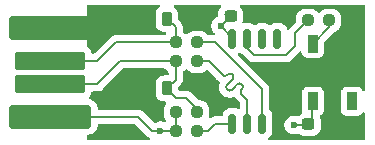
<source format=gbr>
%TF.GenerationSoftware,KiCad,Pcbnew,9.0.1*%
%TF.CreationDate,2025-07-08T09:29:25+02:00*%
%TF.ProjectId,Neopixel USB,4e656f70-6978-4656-9c20-5553422e6b69,rev?*%
%TF.SameCoordinates,Original*%
%TF.FileFunction,Copper,L1,Top*%
%TF.FilePolarity,Positive*%
%FSLAX46Y46*%
G04 Gerber Fmt 4.6, Leading zero omitted, Abs format (unit mm)*
G04 Created by KiCad (PCBNEW 9.0.1) date 2025-07-08 09:29:25*
%MOMM*%
%LPD*%
G01*
G04 APERTURE LIST*
G04 Aperture macros list*
%AMRoundRect*
0 Rectangle with rounded corners*
0 $1 Rounding radius*
0 $2 $3 $4 $5 $6 $7 $8 $9 X,Y pos of 4 corners*
0 Add a 4 corners polygon primitive as box body*
4,1,4,$2,$3,$4,$5,$6,$7,$8,$9,$2,$3,0*
0 Add four circle primitives for the rounded corners*
1,1,$1+$1,$2,$3*
1,1,$1+$1,$4,$5*
1,1,$1+$1,$6,$7*
1,1,$1+$1,$8,$9*
0 Add four rect primitives between the rounded corners*
20,1,$1+$1,$2,$3,$4,$5,0*
20,1,$1+$1,$4,$5,$6,$7,0*
20,1,$1+$1,$6,$7,$8,$9,0*
20,1,$1+$1,$8,$9,$2,$3,0*%
G04 Aperture macros list end*
%TA.AperFunction,SMDPad,CuDef*%
%ADD10RoundRect,0.300000X-3.200000X-0.700000X3.200000X-0.700000X3.200000X0.700000X-3.200000X0.700000X0*%
%TD*%
%TA.AperFunction,SMDPad,CuDef*%
%ADD11RoundRect,0.225000X-2.775000X-0.525000X2.775000X-0.525000X2.775000X0.525000X-2.775000X0.525000X0*%
%TD*%
%TA.AperFunction,SMDPad,CuDef*%
%ADD12RoundRect,0.237500X0.250000X0.237500X-0.250000X0.237500X-0.250000X-0.237500X0.250000X-0.237500X0*%
%TD*%
%TA.AperFunction,SMDPad,CuDef*%
%ADD13RoundRect,0.225000X-0.225000X-0.375000X0.225000X-0.375000X0.225000X0.375000X-0.225000X0.375000X0*%
%TD*%
%TA.AperFunction,SMDPad,CuDef*%
%ADD14RoundRect,0.162500X0.162500X-0.650000X0.162500X0.650000X-0.162500X0.650000X-0.162500X-0.650000X0*%
%TD*%
%TA.AperFunction,SMDPad,CuDef*%
%ADD15RoundRect,0.237500X-0.250000X-0.237500X0.250000X-0.237500X0.250000X0.237500X-0.250000X0.237500X0*%
%TD*%
%TA.AperFunction,SMDPad,CuDef*%
%ADD16RoundRect,0.090000X0.360000X-0.660000X0.360000X0.660000X-0.360000X0.660000X-0.360000X-0.660000X0*%
%TD*%
%TA.AperFunction,SMDPad,CuDef*%
%ADD17RoundRect,0.237500X-0.300000X-0.237500X0.300000X-0.237500X0.300000X0.237500X-0.300000X0.237500X0*%
%TD*%
%TA.AperFunction,ViaPad*%
%ADD18C,0.600000*%
%TD*%
%TA.AperFunction,Conductor*%
%ADD19C,0.200000*%
%TD*%
G04 APERTURE END LIST*
D10*
%TO.P,U2,1,5V*%
%TO.N,VCC*%
X34475000Y-25000000D03*
D11*
%TO.P,U2,2,D-*%
%TO.N,Net-(D1-K)*%
X34475000Y-22250000D03*
%TO.P,U2,3,D+*%
%TO.N,Net-(D2-K)*%
X34475000Y-20250000D03*
D10*
%TO.P,U2,4,GND*%
%TO.N,GND*%
X34475000Y-17500000D03*
%TD*%
D12*
%TO.P,R2,2*%
%TO.N,Net-(D1-K)*%
X45087500Y-20300000D03*
%TO.P,R2,1*%
%TO.N,PB3*%
X46912500Y-20300000D03*
%TD*%
D13*
%TO.P,D2,1,K*%
%TO.N,Net-(D2-K)*%
X44350000Y-16700000D03*
%TO.P,D2,2,A*%
%TO.N,GND*%
X47650000Y-16700000D03*
%TD*%
D14*
%TO.P,U1,1,~{RESET}/PB5*%
%TO.N,Net-(U1-~{RESET}{slash}PB5)*%
X49895000Y-25575000D03*
%TO.P,U1,2,XTAL1/PB3*%
%TO.N,PB3*%
X51165000Y-25575000D03*
%TO.P,U1,3,XTAL2/PB4*%
%TO.N,PB4*%
X52435000Y-25575000D03*
%TO.P,U1,4,GND*%
%TO.N,GND*%
X53705000Y-25575000D03*
%TO.P,U1,5,AREF/PB0*%
%TO.N,PB0*%
X53705000Y-18400000D03*
%TO.P,U1,6,PB1*%
%TO.N,PB1*%
X52435000Y-18400000D03*
%TO.P,U1,7,PB2*%
%TO.N,PB2*%
X51165000Y-18400000D03*
%TO.P,U1,8,VCC*%
%TO.N,VCC*%
X49895000Y-18400000D03*
%TD*%
D15*
%TO.P,R5,1*%
%TO.N,PB2*%
X56287500Y-16850000D03*
%TO.P,R5,2*%
%TO.N,Net-(D3-DIN)*%
X58112500Y-16850000D03*
%TD*%
%TO.P,R4,1*%
%TO.N,VCC*%
X45087500Y-24600000D03*
%TO.P,R4,2*%
%TO.N,Net-(D1-K)*%
X46912500Y-24600000D03*
%TD*%
D12*
%TO.P,R3,1*%
%TO.N,PB4*%
X46912500Y-18700000D03*
%TO.P,R3,2*%
%TO.N,Net-(D2-K)*%
X45087500Y-18700000D03*
%TD*%
%TO.P,R1,1*%
%TO.N,Net-(U1-~{RESET}{slash}PB5)*%
X46912500Y-26200000D03*
%TO.P,R1,2*%
%TO.N,VCC*%
X45087500Y-26200000D03*
%TD*%
D16*
%TO.P,D3,1,VDD*%
%TO.N,VCC*%
X56700000Y-23700000D03*
%TO.P,D3,2,DOUT*%
%TO.N,unconnected-(D3-DOUT-Pad2)*%
X60000000Y-23700000D03*
%TO.P,D3,3,VSS*%
%TO.N,GND*%
X60000000Y-18800000D03*
%TO.P,D3,4,DIN*%
%TO.N,Net-(D3-DIN)*%
X56700000Y-18800000D03*
%TD*%
D13*
%TO.P,D1,1,K*%
%TO.N,Net-(D1-K)*%
X44350000Y-22600000D03*
%TO.P,D1,2,A*%
%TO.N,GND*%
X47650000Y-22600000D03*
%TD*%
D17*
%TO.P,C3,1*%
%TO.N,VCC*%
X56337500Y-25650000D03*
%TO.P,C3,2*%
%TO.N,GND*%
X58062500Y-25650000D03*
%TD*%
%TO.P,C1,1*%
%TO.N,VCC*%
X49737500Y-16500000D03*
%TO.P,C1,2*%
%TO.N,GND*%
X51462500Y-16500000D03*
%TD*%
D18*
%TO.N,GND*%
X40700000Y-26300000D03*
X40700000Y-22900000D03*
X57300000Y-21600000D03*
X58400000Y-21300000D03*
X54600000Y-16400000D03*
X48500000Y-24200000D03*
X46000000Y-16700000D03*
X38600000Y-17500000D03*
%TO.N,VCC*%
X55100000Y-25700000D03*
X48900000Y-17300000D03*
X43800000Y-26200000D03*
%TD*%
D19*
%TO.N,PB3*%
X47900000Y-20300000D02*
X47212500Y-20300000D01*
X50739095Y-22632806D02*
G75*
G03*
X50739052Y-22304751I-164095J164006D01*
G01*
X48650000Y-21050000D02*
X47900000Y-20300000D01*
X50239877Y-22311778D02*
X50075828Y-22475827D01*
X50650000Y-23050000D02*
G75*
G02*
X50650049Y-22721951I164100J164000D01*
G01*
X50650000Y-22721902D02*
X50739095Y-22632806D01*
X50657070Y-22222683D02*
G75*
G03*
X50328974Y-22222683I-164048J-164045D01*
G01*
X50075827Y-22475827D02*
X49822681Y-22728970D01*
X49009508Y-21409508D02*
X48650000Y-21050000D01*
X49836823Y-21402437D02*
G75*
G03*
X49508725Y-21402436I-164049J-164045D01*
G01*
X50739095Y-22304708D02*
X50657070Y-22222683D01*
X49665704Y-22065704D02*
X49829752Y-21901655D01*
X49918848Y-21484462D02*
X49836823Y-21402437D01*
X49829752Y-21901655D02*
X49918848Y-21812559D01*
X51165000Y-23565000D02*
X50650000Y-23050000D01*
X49412560Y-22646946D02*
G75*
G02*
X49412562Y-22318852I164040J164046D01*
G01*
X50328973Y-22222683D02*
X50239877Y-22311778D01*
X50075828Y-22475827D02*
X50075827Y-22475827D01*
X49494585Y-22728971D02*
X49412560Y-22646946D01*
X49091532Y-21491532D02*
X49009508Y-21409508D01*
X49822681Y-22728970D02*
G75*
G02*
X49494553Y-22729004I-164081J164070D01*
G01*
X49918848Y-21812559D02*
G75*
G03*
X49918859Y-21484452I-164048J164059D01*
G01*
X51165000Y-25575000D02*
X51165000Y-23565000D01*
X49419630Y-21491532D02*
G75*
G02*
X49091532Y-21491532I-164049J164050D01*
G01*
X49412559Y-22318848D02*
X49665704Y-22065704D01*
X49508726Y-21402437D02*
X49419630Y-21491532D01*
%TO.N,Net-(D1-K)*%
X34475000Y-22250000D02*
X38450000Y-22250000D01*
X45087500Y-21862500D02*
X44350000Y-22600000D01*
X38450000Y-22250000D02*
X40400000Y-20300000D01*
X40400000Y-20300000D02*
X45087500Y-20300000D01*
X45087500Y-20300000D02*
X45087500Y-21862500D01*
%TO.N,PB2*%
X56287500Y-16850000D02*
X55200000Y-17937500D01*
X55200000Y-19000000D02*
X54400000Y-19800000D01*
X54400000Y-19800000D02*
X51752501Y-19800000D01*
X51165000Y-19212499D02*
X51165000Y-18400000D01*
X51752501Y-19800000D02*
X51165000Y-19212499D01*
X55200000Y-17937500D02*
X55200000Y-19000000D01*
%TO.N,Net-(D3-DIN)*%
X56700000Y-18800000D02*
X58112500Y-17387500D01*
X58112500Y-17387500D02*
X58112500Y-16850000D01*
%TO.N,VCC*%
X48900000Y-17300000D02*
X49895000Y-18295000D01*
X49895000Y-18295000D02*
X49895000Y-18400000D01*
X48900000Y-17300000D02*
X49600000Y-16600000D01*
X49600000Y-16600000D02*
X49300000Y-16300000D01*
X49300000Y-16300000D02*
X49537500Y-16300000D01*
X56337500Y-25650000D02*
X56600000Y-25387500D01*
X56600000Y-25387500D02*
X56600000Y-23800000D01*
X56600000Y-23800000D02*
X56700000Y-23700000D01*
X55100000Y-25700000D02*
X56287500Y-25700000D01*
X56287500Y-25700000D02*
X56337500Y-25650000D01*
X43800000Y-26200000D02*
X45087500Y-26200000D01*
%TO.N,Net-(U1-~{RESET}{slash}PB5)*%
X46912500Y-26200000D02*
X47800000Y-26200000D01*
X47800000Y-26200000D02*
X48425000Y-25575000D01*
X48425000Y-25575000D02*
X49895000Y-25575000D01*
%TO.N,Net-(D1-K)*%
X45100000Y-23400000D02*
X46000000Y-23400000D01*
X44350000Y-22600000D02*
X44350000Y-22650000D01*
X44350000Y-22650000D02*
X45100000Y-23400000D01*
X46912500Y-24312500D02*
X46912500Y-24600000D01*
X46000000Y-23400000D02*
X46912500Y-24312500D01*
%TO.N,Net-(D2-K)*%
X45087500Y-18700000D02*
X45087500Y-17437500D01*
X45087500Y-17437500D02*
X44350000Y-16700000D01*
X34475000Y-20250000D02*
X38450000Y-20250000D01*
X38450000Y-20250000D02*
X40000000Y-18700000D01*
X40000000Y-18700000D02*
X45087500Y-18700000D01*
%TO.N,PB4*%
X46912500Y-18700000D02*
X48450000Y-18700000D01*
X48450000Y-18700000D02*
X52435000Y-22685000D01*
X52435000Y-22685000D02*
X52435000Y-25575000D01*
%TO.N,VCC*%
X45087500Y-26200000D02*
X45087500Y-24600000D01*
X34475000Y-25000000D02*
X41900000Y-25000000D01*
X41900000Y-25000000D02*
X43100000Y-26200000D01*
X43100000Y-26200000D02*
X43800000Y-26200000D01*
%TO.N,GND*%
X34475000Y-17500000D02*
X34576000Y-17399000D01*
%TO.N,Net-(D1-K)*%
X34525000Y-22200000D02*
X34475000Y-22250000D01*
%TO.N,Net-(D2-K)*%
X34525000Y-20300000D02*
X34475000Y-20250000D01*
%TD*%
%TA.AperFunction,Conductor*%
%TO.N,GND*%
G36*
X41666942Y-25620185D02*
G01*
X41687584Y-25636819D01*
X42615139Y-26564374D01*
X42615149Y-26564385D01*
X42619479Y-26568715D01*
X42619480Y-26568716D01*
X42731284Y-26680520D01*
X42818095Y-26730639D01*
X42868215Y-26759577D01*
X42872891Y-26760830D01*
X42883928Y-26766916D01*
X42903861Y-26787015D01*
X42925908Y-26804783D01*
X42928143Y-26811499D01*
X42933128Y-26816526D01*
X42939030Y-26844213D01*
X42947971Y-26871077D01*
X42946220Y-26877936D01*
X42947696Y-26884860D01*
X42937691Y-26911346D01*
X42930690Y-26938776D01*
X42925509Y-26943598D01*
X42923008Y-26950222D01*
X42900270Y-26967096D01*
X42879552Y-26986385D01*
X42871816Y-26988212D01*
X42866901Y-26991861D01*
X42852182Y-26992852D01*
X42824050Y-26999500D01*
X37724000Y-26999500D01*
X37656961Y-26979815D01*
X37611206Y-26927011D01*
X37600000Y-26875500D01*
X37600000Y-26624468D01*
X37619685Y-26557429D01*
X37672489Y-26511674D01*
X37717053Y-26500663D01*
X37719940Y-26500500D01*
X37719954Y-26500500D01*
X37804430Y-26490981D01*
X37854249Y-26485369D01*
X37854252Y-26485368D01*
X37854255Y-26485368D01*
X38024522Y-26425789D01*
X38177262Y-26329816D01*
X38304816Y-26202262D01*
X38400789Y-26049522D01*
X38460368Y-25879255D01*
X38475500Y-25744954D01*
X38475500Y-25724500D01*
X38495185Y-25657461D01*
X38547989Y-25611706D01*
X38599500Y-25600500D01*
X41599903Y-25600500D01*
X41666942Y-25620185D01*
G37*
%TD.AperFunction*%
%TA.AperFunction,Conductor*%
G36*
X61042539Y-15520185D02*
G01*
X61088294Y-15572989D01*
X61099500Y-15624500D01*
X61099500Y-22668441D01*
X61079815Y-22735480D01*
X61027011Y-22781235D01*
X60957853Y-22791179D01*
X60894297Y-22762154D01*
X60877125Y-22743928D01*
X60826884Y-22678454D01*
X60781149Y-22618851D01*
X60657798Y-22524200D01*
X60657794Y-22524198D01*
X60514151Y-22464699D01*
X60514149Y-22464698D01*
X60398701Y-22449500D01*
X59601296Y-22449500D01*
X59485857Y-22464696D01*
X59485848Y-22464699D01*
X59342205Y-22524198D01*
X59342202Y-22524199D01*
X59342202Y-22524200D01*
X59218851Y-22618851D01*
X59136837Y-22725734D01*
X59124198Y-22742205D01*
X59064699Y-22885848D01*
X59064698Y-22885850D01*
X59049500Y-23001298D01*
X59049500Y-24398703D01*
X59064696Y-24514142D01*
X59064699Y-24514151D01*
X59123484Y-24656071D01*
X59124200Y-24657798D01*
X59218851Y-24781149D01*
X59342202Y-24875800D01*
X59485849Y-24935301D01*
X59601299Y-24950500D01*
X60398700Y-24950499D01*
X60398703Y-24950499D01*
X60514142Y-24935303D01*
X60514146Y-24935301D01*
X60514151Y-24935301D01*
X60657798Y-24875800D01*
X60781149Y-24781149D01*
X60875800Y-24657798D01*
X60875801Y-24657794D01*
X60877124Y-24656071D01*
X60933552Y-24614869D01*
X61003298Y-24610714D01*
X61064219Y-24644926D01*
X61096971Y-24706644D01*
X61099500Y-24731558D01*
X61099500Y-26875500D01*
X61079815Y-26942539D01*
X61027011Y-26988294D01*
X60975500Y-26999500D01*
X53042691Y-26999500D01*
X52975652Y-26979815D01*
X52929897Y-26927011D01*
X52919953Y-26857853D01*
X52948978Y-26794297D01*
X52978537Y-26769385D01*
X53009388Y-26750736D01*
X53123236Y-26636888D01*
X53206531Y-26499102D01*
X53254430Y-26345387D01*
X53260500Y-26278591D01*
X53260499Y-25621153D01*
X54299500Y-25621153D01*
X54299500Y-25778846D01*
X54330261Y-25933489D01*
X54330264Y-25933501D01*
X54390602Y-26079172D01*
X54390609Y-26079185D01*
X54478210Y-26210288D01*
X54478213Y-26210292D01*
X54589707Y-26321786D01*
X54589711Y-26321789D01*
X54720814Y-26409390D01*
X54720827Y-26409397D01*
X54866498Y-26469735D01*
X54866503Y-26469737D01*
X55014110Y-26499098D01*
X55021153Y-26500499D01*
X55021156Y-26500500D01*
X55021158Y-26500500D01*
X55178844Y-26500500D01*
X55178845Y-26500499D01*
X55333497Y-26469737D01*
X55428461Y-26430401D01*
X55497927Y-26422933D01*
X55560406Y-26454208D01*
X55563592Y-26457282D01*
X55576650Y-26470340D01*
X55723484Y-26560908D01*
X55887247Y-26615174D01*
X55988323Y-26625500D01*
X56686676Y-26625499D01*
X56686684Y-26625498D01*
X56686687Y-26625498D01*
X56742030Y-26619844D01*
X56787753Y-26615174D01*
X56951516Y-26560908D01*
X57098350Y-26470340D01*
X57220340Y-26348350D01*
X57310908Y-26201516D01*
X57365174Y-26037753D01*
X57375500Y-25936677D01*
X57375499Y-25363324D01*
X57365174Y-25262247D01*
X57310908Y-25098484D01*
X57287490Y-25060518D01*
X57269051Y-24993128D01*
X57289973Y-24926464D01*
X57343615Y-24881694D01*
X57345547Y-24880874D01*
X57357798Y-24875800D01*
X57481149Y-24781149D01*
X57575800Y-24657798D01*
X57635301Y-24514151D01*
X57650500Y-24398701D01*
X57650499Y-23001300D01*
X57650499Y-23001298D01*
X57650499Y-23001296D01*
X57635303Y-22885857D01*
X57635301Y-22885850D01*
X57635301Y-22885849D01*
X57575800Y-22742202D01*
X57481149Y-22618851D01*
X57357798Y-22524200D01*
X57357794Y-22524198D01*
X57214151Y-22464699D01*
X57214149Y-22464698D01*
X57098701Y-22449500D01*
X56301296Y-22449500D01*
X56185857Y-22464696D01*
X56185848Y-22464699D01*
X56042205Y-22524198D01*
X56042202Y-22524199D01*
X56042202Y-22524200D01*
X55918851Y-22618851D01*
X55836837Y-22725734D01*
X55824198Y-22742205D01*
X55764699Y-22885848D01*
X55764698Y-22885850D01*
X55749500Y-23001298D01*
X55749500Y-24398703D01*
X55764696Y-24514142D01*
X55764700Y-24514154D01*
X55790691Y-24576902D01*
X55798160Y-24646371D01*
X55766885Y-24708850D01*
X55728540Y-24736734D01*
X55723487Y-24739090D01*
X55576651Y-24829659D01*
X55492881Y-24913429D01*
X55431557Y-24946913D01*
X55361866Y-24941929D01*
X55357765Y-24940315D01*
X55333497Y-24930263D01*
X55333489Y-24930261D01*
X55178845Y-24899500D01*
X55178842Y-24899500D01*
X55021158Y-24899500D01*
X55021155Y-24899500D01*
X54866510Y-24930261D01*
X54866498Y-24930264D01*
X54720827Y-24990602D01*
X54720814Y-24990609D01*
X54589711Y-25078210D01*
X54589707Y-25078213D01*
X54478213Y-25189707D01*
X54478210Y-25189711D01*
X54390609Y-25320814D01*
X54390602Y-25320827D01*
X54330264Y-25466498D01*
X54330261Y-25466510D01*
X54299500Y-25621153D01*
X53260499Y-25621153D01*
X53260499Y-25563096D01*
X53260499Y-24871401D01*
X53254431Y-24804617D01*
X53254428Y-24804606D01*
X53206532Y-24650901D01*
X53206531Y-24650900D01*
X53206531Y-24650898D01*
X53123236Y-24513112D01*
X53123234Y-24513110D01*
X53123233Y-24513108D01*
X53071819Y-24461694D01*
X53038334Y-24400371D01*
X53035500Y-24374013D01*
X53035500Y-22774059D01*
X53035501Y-22774046D01*
X53035501Y-22605945D01*
X53035501Y-22605943D01*
X52994577Y-22453215D01*
X52956177Y-22386705D01*
X52956177Y-22386704D01*
X52915522Y-22316287D01*
X52915521Y-22316286D01*
X52915520Y-22316284D01*
X52803716Y-22204480D01*
X52803715Y-22204479D01*
X52799385Y-22200149D01*
X52799374Y-22200139D01*
X50397812Y-19798577D01*
X50386409Y-19777695D01*
X50371326Y-19759290D01*
X50369970Y-19747589D01*
X50364327Y-19737254D01*
X50366024Y-19713522D01*
X50363286Y-19689885D01*
X50368470Y-19679310D01*
X50369311Y-19667562D01*
X50383571Y-19648512D01*
X50394046Y-19627150D01*
X50408322Y-19615450D01*
X50411183Y-19611629D01*
X50421332Y-19604786D01*
X50465851Y-19577873D01*
X50533406Y-19560038D01*
X50594147Y-19577873D01*
X50728398Y-19659031D01*
X50748461Y-19665282D01*
X50760474Y-19672543D01*
X50770985Y-19674829D01*
X50784313Y-19684805D01*
X50784454Y-19684594D01*
X50784457Y-19684596D01*
X50788900Y-19688238D01*
X50799217Y-19695961D01*
X50799242Y-19695976D01*
X50803346Y-19700080D01*
X50803347Y-19700082D01*
X50803349Y-19700084D01*
X50803355Y-19700089D01*
X51267640Y-20164374D01*
X51267650Y-20164385D01*
X51271980Y-20168715D01*
X51271981Y-20168716D01*
X51383785Y-20280520D01*
X51383787Y-20280521D01*
X51383791Y-20280524D01*
X51467853Y-20329057D01*
X51467854Y-20329057D01*
X51520716Y-20359577D01*
X51673444Y-20400501D01*
X51673447Y-20400501D01*
X51839154Y-20400501D01*
X51839170Y-20400500D01*
X54313331Y-20400500D01*
X54313347Y-20400501D01*
X54320943Y-20400501D01*
X54479054Y-20400501D01*
X54479057Y-20400501D01*
X54631785Y-20359577D01*
X54684647Y-20329057D01*
X54684648Y-20329057D01*
X54768709Y-20280524D01*
X54768708Y-20280524D01*
X54768716Y-20280520D01*
X54880520Y-20168716D01*
X54880520Y-20168714D01*
X54890724Y-20158511D01*
X54890728Y-20158506D01*
X55548555Y-19500678D01*
X55609876Y-19467195D01*
X55679568Y-19472179D01*
X55735501Y-19514051D01*
X55759173Y-19572178D01*
X55764696Y-19614142D01*
X55764699Y-19614151D01*
X55822651Y-19754060D01*
X55824200Y-19757798D01*
X55918851Y-19881149D01*
X56042202Y-19975800D01*
X56185849Y-20035301D01*
X56301299Y-20050500D01*
X57098700Y-20050499D01*
X57098703Y-20050499D01*
X57214142Y-20035303D01*
X57214146Y-20035301D01*
X57214151Y-20035301D01*
X57357798Y-19975800D01*
X57481149Y-19881149D01*
X57575800Y-19757798D01*
X57635301Y-19614151D01*
X57650500Y-19498701D01*
X57650499Y-18750095D01*
X57670183Y-18683057D01*
X57686813Y-18662420D01*
X58523842Y-17825392D01*
X58572514Y-17795370D01*
X58676516Y-17760908D01*
X58823350Y-17670340D01*
X58945340Y-17548350D01*
X59035908Y-17401516D01*
X59090174Y-17237753D01*
X59100500Y-17136677D01*
X59100499Y-16563324D01*
X59098964Y-16548301D01*
X59090174Y-16462247D01*
X59035908Y-16298484D01*
X58945340Y-16151650D01*
X58823350Y-16029660D01*
X58676516Y-15939092D01*
X58512753Y-15884826D01*
X58512751Y-15884825D01*
X58411678Y-15874500D01*
X57813330Y-15874500D01*
X57813312Y-15874501D01*
X57712247Y-15884825D01*
X57548484Y-15939092D01*
X57548481Y-15939093D01*
X57401648Y-16029661D01*
X57287681Y-16143629D01*
X57226358Y-16177114D01*
X57156666Y-16172130D01*
X57112319Y-16143629D01*
X56998351Y-16029661D01*
X56998350Y-16029660D01*
X56851516Y-15939092D01*
X56687753Y-15884826D01*
X56687751Y-15884825D01*
X56586678Y-15874500D01*
X55988330Y-15874500D01*
X55988312Y-15874501D01*
X55887247Y-15884825D01*
X55723484Y-15939092D01*
X55723481Y-15939093D01*
X55576648Y-16029661D01*
X55454661Y-16151648D01*
X55364093Y-16298481D01*
X55364092Y-16298484D01*
X55309826Y-16462247D01*
X55309826Y-16462248D01*
X55309825Y-16462248D01*
X55299500Y-16563315D01*
X55299500Y-16937402D01*
X55279815Y-17004441D01*
X55263181Y-17025083D01*
X54719481Y-17568782D01*
X54714530Y-17575235D01*
X54712371Y-17573578D01*
X54671431Y-17612584D01*
X54602819Y-17625781D01*
X54537964Y-17599789D01*
X54497458Y-17542859D01*
X54496280Y-17539276D01*
X54476531Y-17475898D01*
X54393236Y-17338112D01*
X54393234Y-17338110D01*
X54393233Y-17338108D01*
X54279391Y-17224266D01*
X54275849Y-17222125D01*
X54141602Y-17140969D01*
X53987887Y-17093070D01*
X53987885Y-17093069D01*
X53987883Y-17093069D01*
X53941117Y-17088819D01*
X53921091Y-17087000D01*
X53921088Y-17087000D01*
X53488901Y-17087000D01*
X53422117Y-17093068D01*
X53422106Y-17093071D01*
X53268400Y-17140967D01*
X53134150Y-17222125D01*
X53066595Y-17239961D01*
X53005850Y-17222125D01*
X52871602Y-17140969D01*
X52815076Y-17123355D01*
X52717887Y-17093070D01*
X52717885Y-17093069D01*
X52717883Y-17093069D01*
X52671117Y-17088819D01*
X52651091Y-17087000D01*
X52651088Y-17087000D01*
X52218901Y-17087000D01*
X52152117Y-17093068D01*
X52152106Y-17093071D01*
X51998400Y-17140967D01*
X51864150Y-17222125D01*
X51796595Y-17239961D01*
X51735850Y-17222125D01*
X51601602Y-17140969D01*
X51545076Y-17123355D01*
X51447887Y-17093070D01*
X51447885Y-17093069D01*
X51447883Y-17093069D01*
X51401117Y-17088819D01*
X51381091Y-17087000D01*
X51381088Y-17087000D01*
X50948901Y-17087000D01*
X50948899Y-17087001D01*
X50879840Y-17093275D01*
X50811295Y-17079737D01*
X50760950Y-17031289D01*
X50744790Y-16963314D01*
X50750914Y-16930783D01*
X50765174Y-16887753D01*
X50775500Y-16786677D01*
X50775499Y-16213324D01*
X50765174Y-16112247D01*
X50710908Y-15948484D01*
X50620340Y-15801650D01*
X50530871Y-15712181D01*
X50497386Y-15650858D01*
X50502370Y-15581166D01*
X50544242Y-15525233D01*
X50609706Y-15500816D01*
X50618552Y-15500500D01*
X60975500Y-15500500D01*
X61042539Y-15520185D01*
G37*
%TD.AperFunction*%
%TA.AperFunction,Conductor*%
G36*
X44192138Y-20920185D02*
G01*
X44230638Y-20959404D01*
X44253219Y-20996015D01*
X44254660Y-20998350D01*
X44376650Y-21120340D01*
X44428097Y-21152072D01*
X44434920Y-21159657D01*
X44444203Y-21163897D01*
X44457889Y-21185193D01*
X44474821Y-21204017D01*
X44477465Y-21215655D01*
X44481977Y-21222675D01*
X44487000Y-21257610D01*
X44487000Y-21375500D01*
X44467315Y-21442539D01*
X44414511Y-21488294D01*
X44363000Y-21499500D01*
X44076663Y-21499500D01*
X44076644Y-21499501D01*
X43977292Y-21509650D01*
X43977289Y-21509651D01*
X43816305Y-21562996D01*
X43816294Y-21563001D01*
X43671959Y-21652029D01*
X43671955Y-21652032D01*
X43552032Y-21771955D01*
X43552029Y-21771959D01*
X43463001Y-21916294D01*
X43462996Y-21916305D01*
X43409651Y-22077290D01*
X43399500Y-22176647D01*
X43399500Y-23023337D01*
X43399501Y-23023355D01*
X43409650Y-23122707D01*
X43409651Y-23122710D01*
X43462996Y-23283694D01*
X43463001Y-23283705D01*
X43552029Y-23428040D01*
X43552032Y-23428044D01*
X43671955Y-23547967D01*
X43671959Y-23547970D01*
X43816294Y-23636998D01*
X43816297Y-23636999D01*
X43816303Y-23637003D01*
X43977292Y-23690349D01*
X44076655Y-23700500D01*
X44157584Y-23700499D01*
X44224621Y-23720183D01*
X44270377Y-23772986D01*
X44280321Y-23842145D01*
X44257613Y-23894985D01*
X44258452Y-23895503D01*
X44254953Y-23901174D01*
X44254856Y-23901402D01*
X44254662Y-23901646D01*
X44164093Y-24048481D01*
X44164092Y-24048484D01*
X44109826Y-24212247D01*
X44109826Y-24212248D01*
X44109825Y-24212248D01*
X44099500Y-24313315D01*
X44099500Y-24886669D01*
X44099501Y-24886687D01*
X44109825Y-24987752D01*
X44164092Y-25151515D01*
X44164093Y-25151518D01*
X44186726Y-25188212D01*
X44238499Y-25272149D01*
X44256939Y-25339541D01*
X44236016Y-25406204D01*
X44182375Y-25450974D01*
X44113044Y-25459635D01*
X44085508Y-25451806D01*
X44033501Y-25430264D01*
X44033489Y-25430261D01*
X43878845Y-25399500D01*
X43878842Y-25399500D01*
X43721158Y-25399500D01*
X43721155Y-25399500D01*
X43566510Y-25430261D01*
X43566498Y-25430264D01*
X43420828Y-25490602D01*
X43420817Y-25490608D01*
X43396944Y-25506560D01*
X43330266Y-25527437D01*
X43262886Y-25508952D01*
X43240373Y-25491138D01*
X42387590Y-24638355D01*
X42387588Y-24638352D01*
X42268717Y-24519481D01*
X42268716Y-24519480D01*
X42181904Y-24469360D01*
X42181904Y-24469359D01*
X42181900Y-24469358D01*
X42131785Y-24440423D01*
X41979057Y-24399499D01*
X41820943Y-24399499D01*
X41813347Y-24399499D01*
X41813331Y-24399500D01*
X38599500Y-24399500D01*
X38532461Y-24379815D01*
X38486706Y-24327011D01*
X38475500Y-24275500D01*
X38475500Y-24255043D01*
X38475499Y-24255039D01*
X38460369Y-24120750D01*
X38460368Y-24120745D01*
X38400788Y-23950476D01*
X38361582Y-23888080D01*
X38304816Y-23797738D01*
X38177262Y-23670184D01*
X38120989Y-23634825D01*
X38024523Y-23574211D01*
X37854252Y-23514631D01*
X37824436Y-23511271D01*
X37760022Y-23484203D01*
X37720469Y-23426607D01*
X37718332Y-23356770D01*
X37750638Y-23300373D01*
X37822968Y-23228044D01*
X37912003Y-23083697D01*
X37961112Y-22935496D01*
X38000885Y-22878051D01*
X38065401Y-22851228D01*
X38078818Y-22850500D01*
X38363331Y-22850500D01*
X38363347Y-22850501D01*
X38370943Y-22850501D01*
X38529054Y-22850501D01*
X38529057Y-22850501D01*
X38681785Y-22809577D01*
X38731904Y-22780639D01*
X38818716Y-22730520D01*
X38930520Y-22618716D01*
X38930520Y-22618714D01*
X38940728Y-22608507D01*
X38940729Y-22608504D01*
X40612416Y-20936819D01*
X40673739Y-20903334D01*
X40700097Y-20900500D01*
X44125099Y-20900500D01*
X44192138Y-20920185D01*
G37*
%TD.AperFunction*%
%TA.AperFunction,Conductor*%
G36*
X46016974Y-20975984D02*
G01*
X46043334Y-20977870D01*
X46052387Y-20983688D01*
X46059427Y-20985220D01*
X46087681Y-21006371D01*
X46201650Y-21120340D01*
X46348484Y-21210908D01*
X46512247Y-21265174D01*
X46613323Y-21275500D01*
X47211676Y-21275499D01*
X47211684Y-21275498D01*
X47211687Y-21275498D01*
X47267030Y-21269844D01*
X47312753Y-21265174D01*
X47476516Y-21210908D01*
X47623350Y-21120340D01*
X47659547Y-21084142D01*
X47720867Y-21050658D01*
X47790559Y-21055642D01*
X47834908Y-21084143D01*
X48169481Y-21418716D01*
X48528989Y-21778224D01*
X48615358Y-21864593D01*
X48666916Y-21916151D01*
X48724894Y-21974129D01*
X48772760Y-22006112D01*
X48778336Y-22010877D01*
X48793578Y-22034243D01*
X48811470Y-22055651D01*
X48812406Y-22063105D01*
X48816510Y-22069396D01*
X48816700Y-22097292D01*
X48820177Y-22124976D01*
X48816965Y-22136284D01*
X48816986Y-22139264D01*
X48815415Y-22141745D01*
X48812334Y-22152596D01*
X48776106Y-22240051D01*
X48776104Y-22240059D01*
X48744109Y-22400896D01*
X48744109Y-22564893D01*
X48776100Y-22725722D01*
X48776103Y-22725734D01*
X48838856Y-22877234D01*
X48838861Y-22877243D01*
X48929966Y-23013588D01*
X48929970Y-23013593D01*
X48947650Y-23031272D01*
X48947664Y-23031285D01*
X49013254Y-23096875D01*
X49013407Y-23097047D01*
X49033679Y-23117313D01*
X49033754Y-23117451D01*
X49070008Y-23153692D01*
X49070008Y-23153693D01*
X49127994Y-23211660D01*
X49264353Y-23302742D01*
X49307111Y-23320446D01*
X49415852Y-23365471D01*
X49415854Y-23365471D01*
X49415860Y-23365474D01*
X49576694Y-23397446D01*
X49740676Y-23397429D01*
X49901503Y-23365424D01*
X49988937Y-23329200D01*
X50019340Y-23325929D01*
X50049443Y-23320446D01*
X50053761Y-23322226D01*
X50058403Y-23321727D01*
X50085749Y-23335413D01*
X50114039Y-23347075D01*
X50118258Y-23351682D01*
X50120885Y-23352997D01*
X50138133Y-23372866D01*
X50138826Y-23373861D01*
X50167303Y-23416504D01*
X50169436Y-23418638D01*
X50169481Y-23418716D01*
X50171463Y-23420698D01*
X50225226Y-23474461D01*
X50225244Y-23474494D01*
X50225252Y-23474487D01*
X50225253Y-23474488D01*
X50276795Y-23526061D01*
X50276797Y-23526062D01*
X50281978Y-23531246D01*
X50282265Y-23531500D01*
X50528181Y-23777416D01*
X50561666Y-23838739D01*
X50564500Y-23865097D01*
X50564500Y-24236903D01*
X50544815Y-24303942D01*
X50492011Y-24349697D01*
X50422853Y-24359641D01*
X50376351Y-24343020D01*
X50331604Y-24315970D01*
X50331603Y-24315969D01*
X50331602Y-24315969D01*
X50177887Y-24268070D01*
X50177885Y-24268069D01*
X50177883Y-24268069D01*
X50131117Y-24263819D01*
X50111091Y-24262000D01*
X50111088Y-24262000D01*
X49678901Y-24262000D01*
X49612117Y-24268068D01*
X49612106Y-24268071D01*
X49458401Y-24315967D01*
X49320608Y-24399266D01*
X49206766Y-24513108D01*
X49123469Y-24650897D01*
X49075569Y-24804616D01*
X49073294Y-24829659D01*
X49070380Y-24861723D01*
X49044711Y-24926704D01*
X48987983Y-24967493D01*
X48946890Y-24974500D01*
X48345940Y-24974500D01*
X48305019Y-24985464D01*
X48305019Y-24985465D01*
X48285848Y-24990602D01*
X48193215Y-25015423D01*
X48078177Y-25081840D01*
X48010277Y-25098312D01*
X47944250Y-25075459D01*
X47901060Y-25020537D01*
X47892820Y-24961849D01*
X47893980Y-24950500D01*
X47900500Y-24886677D01*
X47900499Y-24313324D01*
X47895876Y-24268071D01*
X47890174Y-24212247D01*
X47835908Y-24048484D01*
X47745340Y-23901650D01*
X47623350Y-23779660D01*
X47526923Y-23720183D01*
X47476518Y-23689093D01*
X47476513Y-23689091D01*
X47475069Y-23688612D01*
X47312753Y-23634826D01*
X47312751Y-23634825D01*
X47211684Y-23624500D01*
X47211677Y-23624500D01*
X47125097Y-23624500D01*
X47058058Y-23604815D01*
X47037416Y-23588181D01*
X46487590Y-23038355D01*
X46487588Y-23038352D01*
X46368717Y-22919481D01*
X46368716Y-22919480D01*
X46281904Y-22869360D01*
X46281904Y-22869359D01*
X46281900Y-22869358D01*
X46231785Y-22840423D01*
X46079057Y-22799499D01*
X45920943Y-22799499D01*
X45913347Y-22799499D01*
X45913331Y-22799500D01*
X45424499Y-22799500D01*
X45415813Y-22796949D01*
X45406852Y-22798238D01*
X45382811Y-22787259D01*
X45357460Y-22779815D01*
X45351532Y-22772974D01*
X45343296Y-22769213D01*
X45329006Y-22746978D01*
X45311705Y-22727011D01*
X45309417Y-22716496D01*
X45305522Y-22710435D01*
X45300499Y-22675500D01*
X45300499Y-22550098D01*
X45320184Y-22483059D01*
X45336818Y-22462417D01*
X45412531Y-22386704D01*
X45568020Y-22231216D01*
X45647077Y-22094284D01*
X45688001Y-21941557D01*
X45688001Y-21783442D01*
X45688001Y-21775847D01*
X45688000Y-21775829D01*
X45688000Y-21257610D01*
X45707685Y-21190571D01*
X45746901Y-21152073D01*
X45798350Y-21120340D01*
X45912319Y-21006371D01*
X45920264Y-21002032D01*
X45925690Y-20994785D01*
X45950449Y-20985550D01*
X45973642Y-20972886D01*
X45982671Y-20973531D01*
X45991154Y-20970368D01*
X46016974Y-20975984D01*
G37*
%TD.AperFunction*%
%TA.AperFunction,Conductor*%
G36*
X43709555Y-15520185D02*
G01*
X43755310Y-15572989D01*
X43765254Y-15642147D01*
X43736229Y-15705703D01*
X43707615Y-15730036D01*
X43681123Y-15746377D01*
X43671954Y-15752033D01*
X43552032Y-15871955D01*
X43552029Y-15871959D01*
X43463001Y-16016294D01*
X43462996Y-16016305D01*
X43409651Y-16177290D01*
X43399500Y-16276647D01*
X43399500Y-17123337D01*
X43399501Y-17123355D01*
X43409650Y-17222707D01*
X43409651Y-17222710D01*
X43462996Y-17383694D01*
X43463001Y-17383705D01*
X43552029Y-17528040D01*
X43552032Y-17528044D01*
X43671955Y-17647967D01*
X43671959Y-17647970D01*
X43816294Y-17736998D01*
X43816297Y-17736999D01*
X43816303Y-17737003D01*
X43977292Y-17790349D01*
X44076655Y-17800500D01*
X44157584Y-17800499D01*
X44166024Y-17802977D01*
X44174731Y-17801690D01*
X44199035Y-17812670D01*
X44224621Y-17820183D01*
X44230384Y-17826833D01*
X44238404Y-17830457D01*
X44252911Y-17852830D01*
X44270377Y-17872986D01*
X44271629Y-17881697D01*
X44276417Y-17889081D01*
X44276525Y-17915747D01*
X44280321Y-17942145D01*
X44276672Y-17951987D01*
X44276701Y-17958950D01*
X44267372Y-17977078D01*
X44262170Y-17991114D01*
X44256861Y-17999448D01*
X44254660Y-18001650D01*
X44230165Y-18041362D01*
X44229686Y-18042115D01*
X44204003Y-18064552D01*
X44178690Y-18087321D01*
X44177679Y-18087550D01*
X44177069Y-18088084D01*
X44172094Y-18088819D01*
X44125099Y-18099500D01*
X40086669Y-18099500D01*
X40086653Y-18099499D01*
X40079057Y-18099499D01*
X39920943Y-18099499D01*
X39841010Y-18120917D01*
X39768216Y-18140422D01*
X39720075Y-18168217D01*
X39720074Y-18168216D01*
X39631287Y-18219477D01*
X39631282Y-18219481D01*
X39519478Y-18331286D01*
X38237584Y-19613181D01*
X38210656Y-19627884D01*
X38184838Y-19644477D01*
X38178637Y-19645368D01*
X38176261Y-19646666D01*
X38149903Y-19649500D01*
X38078818Y-19649500D01*
X38011779Y-19629815D01*
X37966024Y-19577011D01*
X37961112Y-19564504D01*
X37933999Y-19482683D01*
X37912003Y-19416303D01*
X37911999Y-19416297D01*
X37911998Y-19416294D01*
X37822970Y-19271959D01*
X37822967Y-19271955D01*
X37703043Y-19152031D01*
X37658902Y-19124804D01*
X37612178Y-19072855D01*
X37600000Y-19019266D01*
X37600000Y-15624500D01*
X37619685Y-15557461D01*
X37672489Y-15511706D01*
X37724000Y-15500500D01*
X43642516Y-15500500D01*
X43709555Y-15520185D01*
G37*
%TD.AperFunction*%
%TA.AperFunction,Conductor*%
G36*
X48877693Y-15506738D02*
G01*
X48899782Y-15508318D01*
X48910565Y-15516390D01*
X48923487Y-15520185D01*
X48937986Y-15536918D01*
X48955715Y-15550190D01*
X48960422Y-15562810D01*
X48969242Y-15572989D01*
X48972393Y-15594906D01*
X48980132Y-15615654D01*
X48977269Y-15628814D01*
X48979186Y-15642147D01*
X48969986Y-15662290D01*
X48965280Y-15683927D01*
X48952011Y-15701652D01*
X48950161Y-15705703D01*
X48944129Y-15712181D01*
X48854661Y-15801648D01*
X48764093Y-15948481D01*
X48764092Y-15948484D01*
X48709826Y-16112247D01*
X48709826Y-16112248D01*
X48709825Y-16112248D01*
X48699500Y-16213315D01*
X48699500Y-16213323D01*
X48699500Y-16220939D01*
X48699499Y-16220943D01*
X48699499Y-16379057D01*
X48699500Y-16379061D01*
X48699500Y-16433740D01*
X48679815Y-16500779D01*
X48627011Y-16546534D01*
X48622953Y-16548301D01*
X48520824Y-16590604D01*
X48520814Y-16590609D01*
X48389711Y-16678210D01*
X48389707Y-16678213D01*
X48278213Y-16789707D01*
X48278210Y-16789711D01*
X48190609Y-16920814D01*
X48190602Y-16920827D01*
X48130264Y-17066498D01*
X48130261Y-17066510D01*
X48099500Y-17221153D01*
X48099500Y-17378846D01*
X48130261Y-17533489D01*
X48130264Y-17533501D01*
X48190602Y-17679172D01*
X48190609Y-17679185D01*
X48278210Y-17810288D01*
X48278213Y-17810292D01*
X48355740Y-17887819D01*
X48389225Y-17949142D01*
X48384241Y-18018834D01*
X48342369Y-18074767D01*
X48276905Y-18099184D01*
X48268059Y-18099500D01*
X47874901Y-18099500D01*
X47807862Y-18079815D01*
X47769362Y-18040596D01*
X47745340Y-18001650D01*
X47623351Y-17879661D01*
X47623350Y-17879660D01*
X47496941Y-17801690D01*
X47476518Y-17789093D01*
X47476513Y-17789091D01*
X47461726Y-17784191D01*
X47312753Y-17734826D01*
X47312751Y-17734825D01*
X47211678Y-17724500D01*
X46613330Y-17724500D01*
X46613312Y-17724501D01*
X46512247Y-17734825D01*
X46348484Y-17789092D01*
X46348481Y-17789093D01*
X46201648Y-17879661D01*
X46087681Y-17993629D01*
X46083562Y-17995877D01*
X46081016Y-17999823D01*
X46053179Y-18012468D01*
X46026358Y-18027114D01*
X46021676Y-18026779D01*
X46017402Y-18028721D01*
X45987157Y-18024310D01*
X45956666Y-18022130D01*
X45951618Y-18019128D01*
X45948264Y-18018639D01*
X45933370Y-18008276D01*
X45918611Y-17999499D01*
X45915364Y-17996674D01*
X45798350Y-17879660D01*
X45738268Y-17842601D01*
X45730611Y-17835939D01*
X45717029Y-17814713D01*
X45700178Y-17795978D01*
X45697499Y-17784191D01*
X45692953Y-17777086D01*
X45692978Y-17764296D01*
X45688000Y-17742388D01*
X45688000Y-17526560D01*
X45688001Y-17526547D01*
X45688001Y-17358444D01*
X45655661Y-17237751D01*
X45647077Y-17205716D01*
X45609696Y-17140969D01*
X45568024Y-17068790D01*
X45568018Y-17068782D01*
X45336818Y-16837582D01*
X45303333Y-16776259D01*
X45300499Y-16749901D01*
X45300499Y-16276662D01*
X45300498Y-16276644D01*
X45290349Y-16177292D01*
X45290348Y-16177289D01*
X45279194Y-16143629D01*
X45237003Y-16016303D01*
X45236999Y-16016297D01*
X45236998Y-16016294D01*
X45147970Y-15871959D01*
X45147967Y-15871955D01*
X45028045Y-15752033D01*
X45028044Y-15752032D01*
X44992385Y-15730037D01*
X44945663Y-15678091D01*
X44934440Y-15609128D01*
X44962284Y-15545046D01*
X45020353Y-15506190D01*
X45057484Y-15500500D01*
X48856448Y-15500500D01*
X48877693Y-15506738D01*
G37*
%TD.AperFunction*%
%TD*%
M02*

</source>
